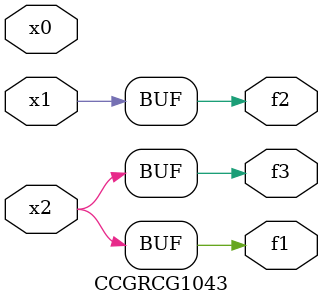
<source format=v>
module CCGRCG1043(
	input x0, x1, x2,
	output f1, f2, f3
);
	assign f1 = x2;
	assign f2 = x1;
	assign f3 = x2;
endmodule

</source>
